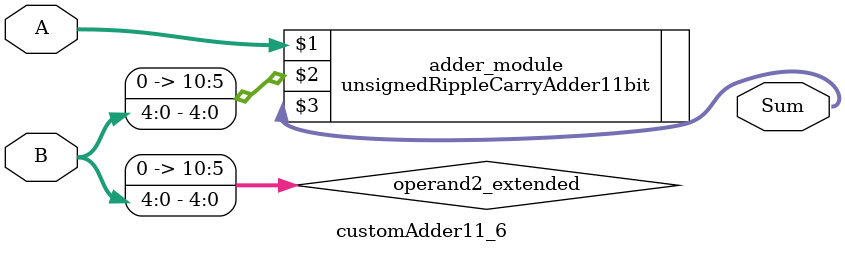
<source format=v>

module customAdder11_6(
                    input [10 : 0] A,
                    input [4 : 0] B,
                    
                    output [11 : 0] Sum
            );

    wire [10 : 0] operand2_extended;
    
    assign operand2_extended =  {6'b0, B};
    
    unsignedRippleCarryAdder11bit adder_module(
        A,
        operand2_extended,
        Sum
    );
    
endmodule
        
</source>
